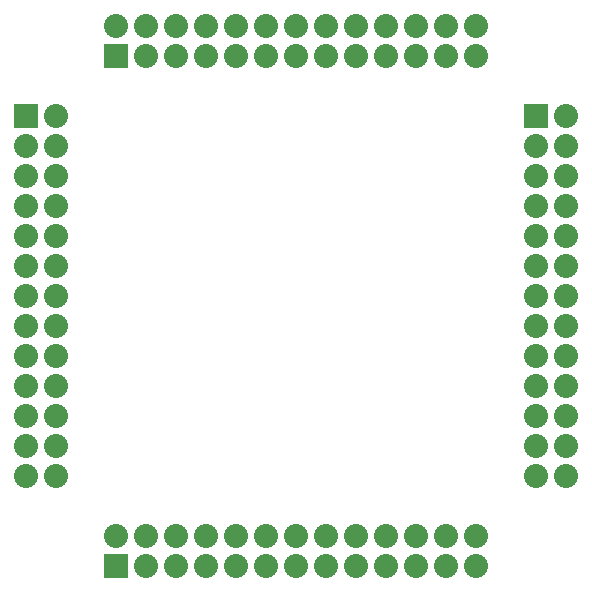
<source format=gbs>
G04*
G04 #@! TF.GenerationSoftware,Altium Limited,Altium Designer,22.9.1 (49)*
G04*
G04 Layer_Color=16711935*
%FSLAX25Y25*%
%MOIN*%
G70*
G04*
G04 #@! TF.SameCoordinates,8D4C7E38-BABD-4712-AC01-C6420393E34D*
G04*
G04*
G04 #@! TF.FilePolarity,Negative*
G04*
G01*
G75*
%ADD31C,0.08000*%
%ADD32R,0.08000X0.08000*%
%ADD33R,0.08000X0.08000*%
D31*
X171000Y191000D02*
D03*
X81000D02*
D03*
X161000D02*
D03*
X151000D02*
D03*
X141000D02*
D03*
X131000D02*
D03*
X121000D02*
D03*
X111000D02*
D03*
X101000D02*
D03*
X91000D02*
D03*
X51000Y201000D02*
D03*
X61000Y191000D02*
D03*
Y201000D02*
D03*
X71000Y191000D02*
D03*
Y201000D02*
D03*
X91000D02*
D03*
X101000D02*
D03*
X111000D02*
D03*
X121000D02*
D03*
X131000D02*
D03*
X141000D02*
D03*
X151000D02*
D03*
X161000D02*
D03*
X171000D02*
D03*
X81000D02*
D03*
X191000Y51000D02*
D03*
Y141000D02*
D03*
Y61000D02*
D03*
Y71000D02*
D03*
Y81000D02*
D03*
Y91000D02*
D03*
Y101000D02*
D03*
Y111000D02*
D03*
Y121000D02*
D03*
Y131000D02*
D03*
X201000Y171000D02*
D03*
X191000Y161000D02*
D03*
X201000D02*
D03*
X191000Y151000D02*
D03*
X201000D02*
D03*
Y131000D02*
D03*
Y121000D02*
D03*
Y111000D02*
D03*
Y101000D02*
D03*
Y91000D02*
D03*
Y81000D02*
D03*
Y71000D02*
D03*
Y61000D02*
D03*
Y51000D02*
D03*
Y141000D02*
D03*
X21000Y51000D02*
D03*
Y141000D02*
D03*
Y61000D02*
D03*
Y71000D02*
D03*
Y81000D02*
D03*
Y91000D02*
D03*
Y101000D02*
D03*
Y111000D02*
D03*
Y121000D02*
D03*
Y131000D02*
D03*
X31000Y171000D02*
D03*
X21000Y161000D02*
D03*
X31000D02*
D03*
X21000Y151000D02*
D03*
X31000D02*
D03*
Y131000D02*
D03*
Y121000D02*
D03*
Y111000D02*
D03*
Y101000D02*
D03*
Y91000D02*
D03*
Y81000D02*
D03*
Y71000D02*
D03*
Y61000D02*
D03*
Y51000D02*
D03*
Y141000D02*
D03*
X171000Y21000D02*
D03*
X81000D02*
D03*
X161000D02*
D03*
X151000D02*
D03*
X141000D02*
D03*
X131000D02*
D03*
X121000D02*
D03*
X111000D02*
D03*
X101000D02*
D03*
X91000D02*
D03*
X51000Y31000D02*
D03*
X61000Y21000D02*
D03*
Y31000D02*
D03*
X71000Y21000D02*
D03*
Y31000D02*
D03*
X91000D02*
D03*
X101000D02*
D03*
X111000D02*
D03*
X121000D02*
D03*
X131000D02*
D03*
X141000D02*
D03*
X151000D02*
D03*
X161000D02*
D03*
X171000D02*
D03*
X81000D02*
D03*
D32*
X51000Y191000D02*
D03*
Y21000D02*
D03*
D33*
X191000Y171000D02*
D03*
X21000D02*
D03*
M02*

</source>
